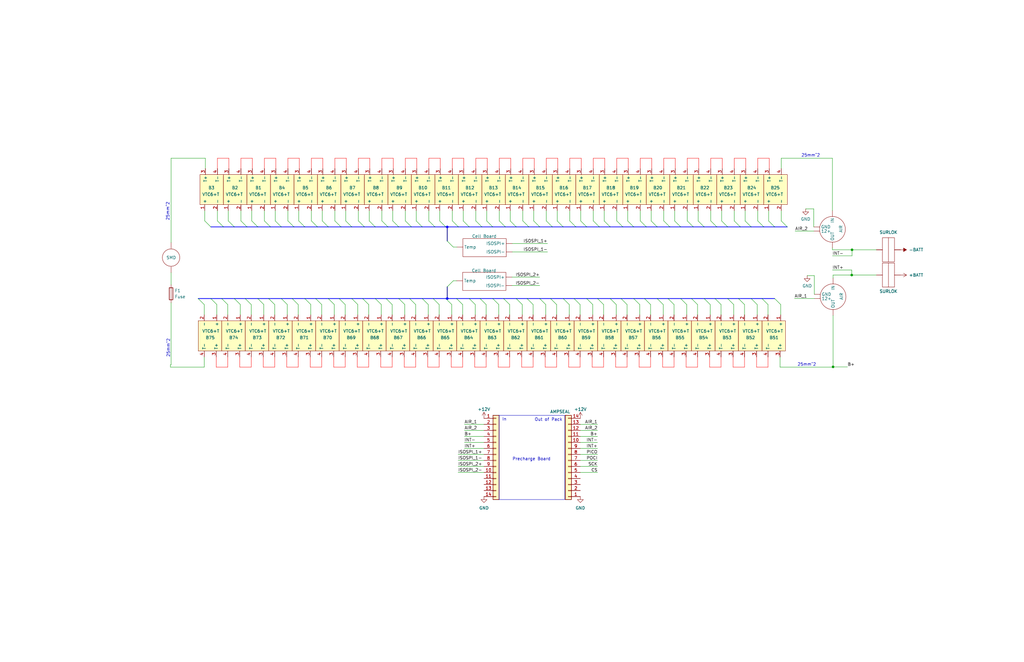
<source format=kicad_sch>
(kicad_sch (version 20230121) (generator eeschema)
  (paper "B")
  (title_block (title "Wiring Diagram") (date "2024-04-27") (rev "1") (company "AERO-SEED") (comment 1 "Colin Grund") (comment 2 "Wiring diagram of the accumulator"))
  (junction (at 351.282 154.813))
  (junction (at 359.156 116.078))
  (junction (at 188.595 125.984) (color 0 0 253 1))
  (junction (at 359.283 105.41))
  (junction (at 188.595 95.758) (color 6 0 251 1))
  (bus_entry (at 187.96 125.984) (size 2.54 2.54))
  (bus_entry (at 128.524 125.984) (size 2.54 2.54))
  (bus_entry (at 108.712 95.758) (size -2.54 -2.54))
  (bus_entry (at 172.72 125.984) (size 2.54 2.54))
  (bus_entry (at 133.096 125.984) (size 2.54 2.54))
  (bus_entry (at 296.926 125.984) (size 2.54 2.54))
  (bus_entry (at 277.114 95.758) (size -2.54 -2.54))
  (bus_entry (at 306.832 95.758) (size -2.54 -2.54))
  (bus_entry (at 98.806 95.758) (size -2.54 -2.54))
  (bus_entry (at 152.908 125.984) (size 2.54 2.54))
  (bus_entry (at 331.978 95.758) (size -2.54 -2.54))
  (bus_entry (at 247.396 95.758) (size -2.54 -2.54))
  (bus_entry (at 148.336 95.758) (size -2.54 -2.54))
  (bus_entry (at 197.866 95.758) (size -2.54 -2.54))
  (bus_entry (at 173.482 95.758) (size -2.54 -2.54))
  (bus_entry (at 242.824 95.758) (size -2.54 -2.54))
  (bus_entry (at 162.814 125.984) (size 2.54 2.54))
  (bus_entry (at 227.584 95.758) (size -2.54 -2.54))
  (bus_entry (at 114.046 95.758) (size -2.54 -2.54))
  (bus_entry (at 203.2 95.758) (size -2.54 -2.54))
  (bus_entry (at 108.712 125.984) (size 2.54 2.54))
  (bus_entry (at 212.344 125.984) (size 2.54 2.54))
  (bus_entry (at 207.772 125.984) (size 2.54 2.54))
  (bus_entry (at 232.156 125.984) (size 2.54 2.54))
  (bus_entry (at 143.002 125.984) (size 2.54 2.54))
  (bus_entry (at 311.404 125.984) (size 2.54 2.54))
  (bus_entry (at 277.114 125.984) (size 2.54 2.54))
  (bus_entry (at 326.644 125.984) (size 2.54 2.54))
  (bus_entry (at 182.626 125.984) (size 2.54 2.54))
  (bus_entry (at 93.472 125.984) (size 2.54 2.54))
  (bus_entry (at 247.396 125.984) (size 2.54 2.54))
  (bus_entry (at 282.448 95.758) (size -2.54 -2.54))
  (bus_entry (at 262.636 95.758) (size -2.54 -2.54))
  (bus_entry (at 251.968 125.984) (size 2.54 2.54))
  (bus_entry (at 94.234 95.758) (size -2.54 -2.54))
  (bus_entry (at 321.31 125.984) (size 2.54 2.54))
  (bus_entry (at 223.012 95.758) (size -2.54 -2.54))
  (bus_entry (at 83.566 125.984) (size 2.54 2.54))
  (bus_entry (at 232.918 95.758) (size -2.54 -2.54))
  (bus_entry (at 163.576 95.758) (size -2.54 -2.54))
  (bus_entry (at 118.618 125.984) (size 2.54 2.54))
  (bus_entry (at 118.618 95.758) (size -2.54 -2.54))
  (bus_entry (at 188.595 101.727) (size 2.54 2.54))
  (bus_entry (at 104.14 95.758) (size -2.54 -2.54))
  (bus_entry (at 133.858 95.758) (size -2.54 -2.54))
  (bus_entry (at 287.02 125.984) (size 2.54 2.54))
  (bus_entry (at 316.738 95.758) (size -2.54 -2.54))
  (bus_entry (at 252.73 95.758) (size -2.54 -2.54))
  (bus_entry (at 222.25 125.984) (size 2.54 2.54))
  (bus_entry (at 281.686 125.984) (size 2.54 2.54))
  (bus_entry (at 153.67 95.758) (size -2.54 -2.54))
  (bus_entry (at 267.208 95.758) (size -2.54 -2.54))
  (bus_entry (at 207.772 95.758) (size -2.54 -2.54))
  (bus_entry (at 217.678 95.758) (size -2.54 -2.54))
  (bus_entry (at 113.284 125.984) (size 2.54 2.54))
  (bus_entry (at 123.952 95.758) (size -2.54 -2.54))
  (bus_entry (at 187.96 95.758) (size -2.54 -2.54))
  (bus_entry (at 257.302 95.758) (size -2.54 -2.54))
  (bus_entry (at 306.832 125.984) (size 2.54 2.54))
  (bus_entry (at 217.678 125.984) (size 2.54 2.54))
  (bus_entry (at 316.738 125.984) (size 2.54 2.54))
  (bus_entry (at 213.106 95.758) (size -2.54 -2.54))
  (bus_entry (at 261.874 125.984) (size 2.54 2.54))
  (bus_entry (at 257.302 125.984) (size 2.54 2.54))
  (bus_entry (at 202.438 125.984) (size 2.54 2.54))
  (bus_entry (at 227.584 125.984) (size 2.54 2.54))
  (bus_entry (at 123.19 125.984) (size 2.54 2.54))
  (bus_entry (at 158.242 125.984) (size 2.54 2.54))
  (bus_entry (at 197.866 125.984) (size 2.54 2.54))
  (bus_entry (at 302.26 95.758) (size -2.54 -2.54))
  (bus_entry (at 312.166 95.758) (size -2.54 -2.54))
  (bus_entry (at 178.054 95.758) (size -2.54 -2.54))
  (bus_entry (at 138.43 95.758) (size -2.54 -2.54))
  (bus_entry (at 296.926 95.758) (size -2.54 -2.54))
  (bus_entry (at 168.148 125.984) (size 2.54 2.54))
  (bus_entry (at 301.498 125.984) (size 2.54 2.54))
  (bus_entry (at 168.148 95.758) (size -2.54 -2.54))
  (bus_entry (at 143.764 95.758) (size -2.54 -2.54))
  (bus_entry (at 193.294 95.758) (size -2.54 -2.54))
  (bus_entry (at 322.072 95.758) (size -2.54 -2.54))
  (bus_entry (at 237.49 125.984) (size 2.54 2.54))
  (bus_entry (at 242.062 125.984) (size 2.54 2.54))
  (bus_entry (at 287.02 95.758) (size -2.54 -2.54))
  (bus_entry (at 158.242 95.758) (size -2.54 -2.54))
  (bus_entry (at 271.78 125.984) (size 2.54 2.54))
  (bus_entry (at 88.9 125.984) (size 2.54 2.54))
  (bus_entry (at 291.592 125.984) (size 2.54 2.54))
  (bus_entry (at 138.43 125.984) (size 2.54 2.54))
  (bus_entry (at 272.542 95.758) (size -2.54 -2.54))
  (bus_entry (at 148.336 125.984) (size 2.54 2.54))
  (bus_entry (at 103.378 125.984) (size 2.54 2.54))
  (bus_entry (at 88.9 95.758) (size -2.54 -2.54))
  (bus_entry (at 267.208 125.984) (size 2.54 2.54))
  (bus_entry (at 191.135 118.491) (size -2.54 2.54))
  (bus_entry (at 237.49 95.758) (size -2.54 -2.54))
  (bus_entry (at 178.054 125.984) (size 2.54 2.54))
  (bus_entry (at 326.644 95.758) (size -2.54 -2.54))
  (bus_entry (at 128.524 95.758) (size -2.54 -2.54))
  (bus_entry (at 183.388 95.758) (size -2.54 -2.54))
  (bus_entry (at 292.354 95.758) (size -2.54 -2.54))
  (bus_entry (at 98.806 125.984) (size 2.54 2.54))
  (bus_entry (at 192.532 125.984) (size 2.54 2.54))
  (wire (pts (xy 131.318 66.802) (xy 131.318 71.12)) (stroke (width 0) (color 247 0 0 1)))
  (bus (pts (xy 108.712 125.984) (xy 113.284 125.984)) (stroke (width 0) (color 0 0 253 1)))
  (wire (pts (xy 351.282 133.096) (xy 351.282 154.813)))
  (wire (pts (xy 141.224 66.802) (xy 141.224 71.12)) (stroke (width 0) (color 247 0 0 1)))
  (wire (pts (xy 227.584 120.523) (xy 215.9 120.523)))
  (wire (pts (xy 111.506 66.802) (xy 116.332 66.802)) (stroke (width 0) (color 247 0 0 1)))
  (wire (pts (xy 86.36 93.218) (xy 86.36 88.9)))
  (wire (pts (xy 96.012 154.94) (xy 91.186 154.94)) (stroke (width 0) (color 255 0 0 1)))
  (wire (pts (xy 175.26 150.622) (xy 175.26 154.94)) (stroke (width 0) (color 255 0 0 1)))
  (wire (pts (xy 200.406 128.524) (xy 200.406 132.842)))
  (wire (pts (xy 125.73 128.524) (xy 125.73 132.842)))
  (wire (pts (xy 175.768 71.12) (xy 175.768 66.802)) (stroke (width 0) (color 247 0 0 1)))
  (wire (pts (xy 234.696 150.622) (xy 234.696 154.94)) (stroke (width 0) (color 255 0 0 1)))
  (wire (pts (xy 96.266 93.218) (xy 96.266 88.9)))
  (wire (pts (xy 249.936 128.524) (xy 249.936 132.842)))
  (wire (pts (xy 329.184 128.524) (xy 329.184 132.842)))
  (wire (pts (xy 227.584 116.967) (xy 215.9 116.967)))
  (wire (pts (xy 214.884 150.622) (xy 214.884 154.94)) (stroke (width 0) (color 255 0 0 1)))
  (wire (pts (xy 175.26 128.524) (xy 175.26 132.842)))
  (wire (pts (xy 190.754 66.802) (xy 195.58 66.802)) (stroke (width 0) (color 247 0 0 1)))
  (wire (pts (xy 141.224 66.802) (xy 146.05 66.802)) (stroke (width 0) (color 247 0 0 1)))
  (wire (pts (xy 234.696 128.524) (xy 234.696 132.842)))
  (wire (pts (xy 250.19 93.218) (xy 250.19 88.9)))
  (wire (pts (xy 359.283 105.41) (xy 369.57 105.41)))
  (wire (pts (xy 304.546 71.12) (xy 304.546 66.802)) (stroke (width 0) (color 247 0 0 1)))
  (wire (pts (xy 314.198 93.218) (xy 314.198 88.9)))
  (wire (pts (xy 244.602 150.622) (xy 244.602 154.94)) (stroke (width 0) (color 255 0 0 1)))
  (bus (pts (xy 247.396 125.984) (xy 251.968 125.984)) (stroke (width 0) (color 0 0 253 1)))
  (wire (pts (xy 195.834 189.23) (xy 204.089 189.23)))
  (bus (pts (xy 188.595 121.031) (xy 188.595 125.984)))
  (wire (pts (xy 251.968 194.31) (xy 244.729 194.31)))
  (wire (pts (xy 145.542 150.622) (xy 145.542 154.94)) (stroke (width 0) (color 255 0 0 1)))
  (bus (pts (xy 202.438 125.984) (xy 207.772 125.984)) (stroke (width 0) (color 0 0 253 1)))
  (bus (pts (xy 232.918 95.758) (xy 227.584 95.758)) (stroke (width 0) (color 6 0 251 1)))
  (bus (pts (xy 128.524 125.984) (xy 133.096 125.984)) (stroke (width 0) (color 0 0 253 1)))
  (wire (pts (xy 150.622 150.622) (xy 150.622 154.94)) (stroke (width 0) (color 255 0 0 1)))
  (wire (pts (xy 244.856 93.218) (xy 244.856 88.9)))
  (wire (pts (xy 351.028 105.41) (xy 359.283 105.41)))
  (wire (pts (xy 304.038 128.524) (xy 304.038 132.842)))
  (wire (pts (xy 193.167 191.77) (xy 204.089 191.77)))
  (bus (pts (xy 118.618 95.758) (xy 114.046 95.758)) (stroke (width 0) (color 6 0 251 1)))
  (wire (pts (xy 111.506 71.12) (xy 111.506 66.802)) (stroke (width 0) (color 247 0 0 1)))
  (wire (pts (xy 135.636 150.622) (xy 135.636 154.94)) (stroke (width 0) (color 255 0 0 1)))
  (wire (pts (xy 264.922 71.12) (xy 264.922 66.802)) (stroke (width 0) (color 247 0 0 1)))
  (wire (pts (xy 229.87 150.622) (xy 229.87 154.94)) (stroke (width 0) (color 255 0 0 1)))
  (wire (pts (xy 131.318 66.802) (xy 136.144 66.802)) (stroke (width 0) (color 247 0 0 1)))
  (bus (pts (xy 302.26 95.758) (xy 296.926 95.758)) (stroke (width 0) (color 6 0 251 1)))
  (bus (pts (xy 212.344 125.984) (xy 217.678 125.984)) (stroke (width 0) (color 0 0 253 1)))
  (wire (pts (xy 359.156 113.919) (xy 359.156 116.078)))
  (wire (pts (xy 145.796 93.218) (xy 145.796 88.9)))
  (wire (pts (xy 323.85 150.622) (xy 323.85 154.94)) (stroke (width 0) (color 255 0 0 1)))
  (bus (pts (xy 296.926 125.984) (xy 301.498 125.984)) (stroke (width 0) (color 0 0 253 1)))
  (wire (pts (xy 190.5 128.524) (xy 190.5 132.842)))
  (wire (pts (xy 269.748 128.524) (xy 269.748 132.842)))
  (bus (pts (xy 197.866 125.984) (xy 202.438 125.984)) (stroke (width 0) (color 0 0 253 1)))
  (wire (pts (xy 244.602 154.94) (xy 239.776 154.94)) (stroke (width 0) (color 255 0 0 1)))
  (bus (pts (xy 291.592 125.984) (xy 296.926 125.984)) (stroke (width 0) (color 0 0 253 1)))
  (bus (pts (xy 242.062 125.984) (xy 247.396 125.984)) (stroke (width 0) (color 0 0 253 1)))
  (bus (pts (xy 281.686 125.984) (xy 287.02 125.984)) (stroke (width 0) (color 0 0 253 1)))
  (wire (pts (xy 244.602 128.524) (xy 244.602 132.842)))
  (wire (pts (xy 294.386 93.218) (xy 294.386 88.9)))
  (wire (pts (xy 259.588 150.622) (xy 259.588 154.94)) (stroke (width 0) (color 255 0 0 1)))
  (wire (pts (xy 254.508 150.622) (xy 254.508 154.94)) (stroke (width 0) (color 255 0 0 1)))
  (wire (pts (xy 151.13 93.218) (xy 151.13 88.9)))
  (wire (pts (xy 193.167 196.85) (xy 204.089 196.85)))
  (bus (pts (xy 83.566 125.984) (xy 88.9 125.984)) (stroke (width 0) (color 0 0 253 1)))
  (bus (pts (xy 261.874 125.984) (xy 267.208 125.984)) (stroke (width 0) (color 0 0 253 1)))
  (bus (pts (xy 282.448 95.758) (xy 277.114 95.758)) (stroke (width 0) (color 6 0 251 1)))
  (wire (pts (xy 299.72 93.218) (xy 299.72 88.9)))
  (wire (pts (xy 125.73 150.622) (xy 125.73 154.94)) (stroke (width 0) (color 255 0 0 1)))
  (wire (pts (xy 351.282 154.813) (xy 351.282 154.94)))
  (wire (pts (xy 260.096 71.12) (xy 260.096 66.802)) (stroke (width 0) (color 247 0 0 1)))
  (wire (pts (xy 195.834 186.69) (xy 204.089 186.69)))
  (bus (pts (xy 168.148 95.758) (xy 163.576 95.758)) (stroke (width 0) (color 6 0 251 1)))
  (wire (pts (xy 115.824 150.622) (xy 115.824 154.94)) (stroke (width 0) (color 255 0 0 1)))
  (wire (pts (xy 145.542 128.524) (xy 145.542 132.842)))
  (bus (pts (xy 207.772 95.758) (xy 203.2 95.758)) (stroke (width 0) (color 6 0 251 1)))
  (bus (pts (xy 188.595 125.984) (xy 192.532 125.984)) (stroke (width 0) (color 0 0 253 1)))
  (wire (pts (xy 205.232 93.218) (xy 205.232 88.9)))
  (wire (pts (xy 270.002 66.802) (xy 274.828 66.802)) (stroke (width 0) (color 247 0 0 1)))
  (wire (pts (xy 72.136 153.924) (xy 71.882 153.924)))
  (wire (pts (xy 101.6 93.218) (xy 101.6 88.9)))
  (wire (pts (xy 210.566 71.12) (xy 210.566 66.802)) (stroke (width 0) (color 247 0 0 1)))
  (wire (pts (xy 195.326 93.218) (xy 195.326 88.9)))
  (wire (pts (xy 210.058 150.622) (xy 210.058 154.94)) (stroke (width 0) (color 255 0 0 1)))
  (wire (pts (xy 351.282 117.348) (xy 351.282 116.078)))
  (wire (pts (xy 101.092 150.622) (xy 101.092 154.94)) (stroke (width 0) (color 255 0 0 1)))
  (bus (pts (xy 217.678 95.758) (xy 213.106 95.758)) (stroke (width 0) (color 6 0 251 1)))
  (bus (pts (xy 113.284 125.984) (xy 118.618 125.984)) (stroke (width 0) (color 0 0 253 1)))
  (wire (pts (xy 126.238 66.802) (xy 126.238 71.12)) (stroke (width 0) (color 247 0 0 1)))
  (wire (pts (xy 251.968 186.69) (xy 244.729 186.69)))
  (wire (pts (xy 309.372 128.524) (xy 309.372 132.842)))
  (wire (pts (xy 294.132 128.524) (xy 294.132 132.842)))
  (bus (pts (xy 301.498 125.984) (xy 306.832 125.984)) (stroke (width 0) (color 0 0 253 1)))
  (wire (pts (xy 86.106 154.94) (xy 86.106 150.622)))
  (wire (pts (xy 359.156 116.078) (xy 369.57 116.078)))
  (wire (pts (xy 150.876 128.524) (xy 150.876 132.842)))
  (wire (pts (xy 161.036 71.12) (xy 161.036 66.802)) (stroke (width 0) (color 247 0 0 1)))
  (wire (pts (xy 105.918 150.622) (xy 105.918 154.94)) (stroke (width 0) (color 255 0 0 1)))
  (wire (pts (xy 324.104 93.218) (xy 324.104 88.9)))
  (wire (pts (xy 230.886 106.299) (xy 216.027 106.299)))
  (wire (pts (xy 215.392 71.12) (xy 215.392 66.802)) (stroke (width 0) (color 247 0 0 1)))
  (bus (pts (xy 188.595 101.727) (xy 188.595 95.758)))
  (wire (pts (xy 299.212 150.622) (xy 299.212 154.94)) (stroke (width 0) (color 255 0 0 1)))
  (bus (pts (xy 98.806 125.984) (xy 103.378 125.984)) (stroke (width 0) (color 0 0 253 1)))
  (bus (pts (xy 222.25 125.984) (xy 227.584 125.984)) (stroke (width 0) (color 0 0 253 1)))
  (wire (pts (xy 190.754 93.218) (xy 190.754 88.9)))
  (bus (pts (xy 227.584 125.984) (xy 232.156 125.984)) (stroke (width 0) (color 0 0 253 1)))
  (bus (pts (xy 123.19 125.984) (xy 128.524 125.984)) (stroke (width 0) (color 0 0 253 1)))
  (wire (pts (xy 200.66 66.802) (xy 205.486 66.802)) (stroke (width 0) (color 247 0 0 1)))
  (wire (pts (xy 234.696 154.94) (xy 229.87 154.94)) (stroke (width 0) (color 255 0 0 1)))
  (wire (pts (xy 309.118 154.94) (xy 309.118 150.622)) (stroke (width 0) (color 255 0 0 1)))
  (wire (pts (xy 274.828 71.12) (xy 274.828 66.802)) (stroke (width 0) (color 247 0 0 1)))
  (wire (pts (xy 259.842 128.524) (xy 259.842 132.842)))
  (wire (pts (xy 339.725 88.138) (xy 343.154 88.138)))
  (wire (pts (xy 340.36 116.332) (xy 343.408 116.332)))
  (wire (pts (xy 91.44 128.524) (xy 91.44 132.842)))
  (wire (pts (xy 195.834 181.61) (xy 204.089 181.61)))
  (bus (pts (xy 227.584 95.758) (xy 223.012 95.758)) (stroke (width 0) (color 6 0 251 1)))
  (wire (pts (xy 72.136 120.142) (xy 72.136 115.062)))
  (bus (pts (xy 143.764 95.758) (xy 138.43 95.758)) (stroke (width 0) (color 6 0 251 1)))
  (wire (pts (xy 225.298 71.12) (xy 225.298 66.802)) (stroke (width 0) (color 247 0 0 1)))
  (wire (pts (xy 111.506 93.218) (xy 111.506 88.9)))
  (bus (pts (xy 223.012 95.758) (xy 217.678 95.758)) (stroke (width 0) (color 6 0 251 1)))
  (bus (pts (xy 103.378 125.984) (xy 108.712 125.984)) (stroke (width 0) (color 0 0 253 1)))
  (wire (pts (xy 294.132 154.94) (xy 289.306 154.94)) (stroke (width 0) (color 255 0 0 1)))
  (bus (pts (xy 296.926 95.758) (xy 292.354 95.758)) (stroke (width 0) (color 6 0 251 1)))
  (wire (pts (xy 116.078 93.218) (xy 116.078 88.9)))
  (wire (pts (xy 125.984 93.218) (xy 125.984 88.9)))
  (bus (pts (xy 287.02 125.984) (xy 291.592 125.984)) (stroke (width 0) (color 0 0 253 1)))
  (wire (pts (xy 155.448 150.622) (xy 155.448 154.94)) (stroke (width 0) (color 255 0 0 1)))
  (wire (pts (xy 219.964 150.622) (xy 219.964 154.94)) (stroke (width 0) (color 255 0 0 1)))
  (wire (pts (xy 210.312 128.524) (xy 210.312 132.842)))
  (bus (pts (xy 158.242 125.984) (xy 162.814 125.984)) (stroke (width 0) (color 0 0 253 1)))
  (wire (pts (xy 96.012 128.524) (xy 96.012 132.842)))
  (wire (pts (xy 115.824 154.94) (xy 110.998 154.94)) (stroke (width 0) (color 255 0 0 1)))
  (wire (pts (xy 121.158 128.524) (xy 121.158 132.842)))
  (wire (pts (xy 220.472 71.12) (xy 220.472 66.802)) (stroke (width 0) (color 247 0 0 1)))
  (wire (pts (xy 240.284 66.802) (xy 245.11 66.802)) (stroke (width 0) (color 247 0 0 1)))
  (wire (pts (xy 155.702 93.218) (xy 155.702 88.9)))
  (wire (pts (xy 343.154 88.138) (xy 343.154 95.758)))
  (wire (pts (xy 130.81 150.622) (xy 130.81 154.94)) (stroke (width 0) (color 255 0 0 1)))
  (wire (pts (xy 170.434 154.94) (xy 170.434 150.622)) (stroke (width 0) (color 255 0 0 1)))
  (bus (pts (xy 187.96 125.984) (xy 188.595 125.984)) (stroke (width 0) (color 0 0 253 1)))
  (wire (pts (xy 151.13 66.802) (xy 155.956 66.802)) (stroke (width 0) (color 247 0 0 1)))
  (wire (pts (xy 224.79 154.94) (xy 224.79 150.622)) (stroke (width 0) (color 255 0 0 1)))
  (wire (pts (xy 200.66 93.218) (xy 200.66 88.9)))
  (wire (pts (xy 274.574 93.218) (xy 274.574 88.9)))
  (wire (pts (xy 254.508 154.94) (xy 249.682 154.94)) (stroke (width 0) (color 255 0 0 1)))
  (wire (pts (xy 131.318 93.218) (xy 131.318 88.9)))
  (wire (pts (xy 170.942 66.802) (xy 175.768 66.802)) (stroke (width 0) (color 247 0 0 1)))
  (wire (pts (xy 357.378 154.813) (xy 351.282 154.813)))
  (wire (pts (xy 235.204 71.12) (xy 235.204 66.802)) (stroke (width 0) (color 247 0 0 1)))
  (wire (pts (xy 264.668 93.218) (xy 264.668 88.9)))
  (wire (pts (xy 185.166 150.622) (xy 185.166 154.94)) (stroke (width 0) (color 255 0 0 1)))
  (wire (pts (xy 185.166 154.94) (xy 180.34 154.94)) (stroke (width 0) (color 255 0 0 1)))
  (wire (pts (xy 264.414 154.94) (xy 259.588 154.94)) (stroke (width 0) (color 255 0 0 1)))
  (wire (pts (xy 284.226 128.524) (xy 284.226 132.842)))
  (wire (pts (xy 155.448 128.524) (xy 155.448 132.842)))
  (wire (pts (xy 359.283 105.41) (xy 359.283 107.95)))
  (wire (pts (xy 180.848 71.12) (xy 180.848 66.802)) (stroke (width 0) (color 247 0 0 1)))
  (bus (pts (xy 148.336 125.984) (xy 152.908 125.984)) (stroke (width 0) (color 0 0 253 1)))
  (wire (pts (xy 91.694 66.802) (xy 96.52 66.802)) (stroke (width 0) (color 247 0 0 1)))
  (wire (pts (xy 106.426 66.802) (xy 106.426 71.12)) (stroke (width 0) (color 247 0 0 1)))
  (wire (pts (xy 101.6 66.802) (xy 106.426 66.802)) (stroke (width 0) (color 247 0 0 1)))
  (wire (pts (xy 151.13 71.12) (xy 151.13 66.802)) (stroke (width 0) (color 247 0 0 1)))
  (wire (pts (xy 250.19 71.12) (xy 250.19 66.802)) (stroke (width 0) (color 247 0 0 1)))
  (bus (pts (xy 316.738 125.984) (xy 321.31 125.984)) (stroke (width 0) (color 0 0 253 1)))
  (bus (pts (xy 88.9 125.984) (xy 93.472 125.984)) (stroke (width 0) (color 0 0 253 1)))
  (wire (pts (xy 195.072 128.524) (xy 195.072 132.842)))
  (wire (pts (xy 230.124 128.524) (xy 230.124 132.842)))
  (bus (pts (xy 183.388 95.758) (xy 187.96 95.758)) (stroke (width 0) (color 6 0 251 1)))
  (wire (pts (xy 323.85 154.94) (xy 319.024 154.94)) (stroke (width 0) (color 255 0 0 1)))
  (wire (pts (xy 319.024 154.94) (xy 319.024 150.622)) (stroke (width 0) (color 255 0 0 1)))
  (bus (pts (xy 247.396 95.758) (xy 242.824 95.758)) (stroke (width 0) (color 6 0 251 1)))
  (wire (pts (xy 304.292 93.218) (xy 304.292 88.9)))
  (bus (pts (xy 152.908 125.984) (xy 158.242 125.984)) (stroke (width 0) (color 0 0 253 1)))
  (bus (pts (xy 118.618 125.984) (xy 123.19 125.984)) (stroke (width 0) (color 0 0 253 1)))
  (wire (pts (xy 160.782 128.524) (xy 160.782 132.842)))
  (wire (pts (xy 180.594 128.524) (xy 180.594 132.842)))
  (wire (pts (xy 120.904 150.622) (xy 120.904 154.94)) (stroke (width 0) (color 255 0 0 1)))
  (bus (pts (xy 138.43 95.758) (xy 133.858 95.758)) (stroke (width 0) (color 6 0 251 1)))
  (wire (pts (xy 324.358 66.802) (xy 324.358 71.12)) (stroke (width 0) (color 247 0 0 1)))
  (wire (pts (xy 140.716 150.622) (xy 140.716 154.94)) (stroke (width 0) (color 255 0 0 1)))
  (wire (pts (xy 191.135 118.491) (xy 192.532 118.491)))
  (wire (pts (xy 175.26 154.94) (xy 170.434 154.94)) (stroke (width 0) (color 255 0 0 1)))
  (wire (pts (xy 319.532 93.218) (xy 319.532 88.9)))
  (bus (pts (xy 203.2 95.758) (xy 197.866 95.758)) (stroke (width 0) (color 6 0 251 1)))
  (wire (pts (xy 314.452 71.12) (xy 314.452 66.802)) (stroke (width 0) (color 247 0 0 1)))
  (bus (pts (xy 251.968 125.984) (xy 257.302 125.984)) (stroke (width 0) (color 0 0 253 1)))
  (wire (pts (xy 328.93 150.622) (xy 328.93 154.94)))
  (wire (pts (xy 205.486 71.12) (xy 205.486 66.802)) (stroke (width 0) (color 247 0 0 1)))
  (wire (pts (xy 240.03 128.524) (xy 240.03 132.842)))
  (wire (pts (xy 170.688 128.524) (xy 170.688 132.842)))
  (wire (pts (xy 240.284 71.12) (xy 240.284 66.802)) (stroke (width 0) (color 247 0 0 1)))
  (wire (pts (xy 105.918 128.524) (xy 105.918 132.842)))
  (wire (pts (xy 185.674 71.12) (xy 185.674 66.802)) (stroke (width 0) (color 247 0 0 1)))
  (wire (pts (xy 204.978 150.622) (xy 204.978 154.94)) (stroke (width 0) (color 255 0 0 1)))
  (wire (pts (xy 155.956 71.12) (xy 155.956 66.802)) (stroke (width 0) (color 247 0 0 1)))
  (wire (pts (xy 309.626 66.802) (xy 314.452 66.802)) (stroke (width 0) (color 247 0 0 1)))
  (wire (pts (xy 264.414 128.524) (xy 264.414 132.842)))
  (wire (pts (xy 313.944 128.524) (xy 313.944 132.842)))
  (bus (pts (xy 192.532 125.984) (xy 197.866 125.984)) (stroke (width 0) (color 0 0 253 1)))
  (wire (pts (xy 175.514 93.218) (xy 175.514 88.9)))
  (wire (pts (xy 319.532 71.12) (xy 319.532 66.802)) (stroke (width 0) (color 247 0 0 1)))
  (wire (pts (xy 294.64 71.12) (xy 294.64 66.802)) (stroke (width 0) (color 247 0 0 1)))
  (wire (pts (xy 319.532 66.802) (xy 324.358 66.802)) (stroke (width 0) (color 247 0 0 1)))
  (wire (pts (xy 289.814 93.218) (xy 289.814 88.9)))
  (bus (pts (xy 312.166 95.758) (xy 306.832 95.758)) (stroke (width 0) (color 6 0 251 1)))
  (bus (pts (xy 158.242 95.758) (xy 153.67 95.758)) (stroke (width 0) (color 6 0 251 1)))
  (wire (pts (xy 180.34 150.622) (xy 180.34 154.94)) (stroke (width 0) (color 255 0 0 1)))
  (wire (pts (xy 309.626 71.12) (xy 309.626 66.802)) (stroke (width 0) (color 247 0 0 1)))
  (bus (pts (xy 277.114 95.758) (xy 272.542 95.758)) (stroke (width 0) (color 6 0 251 1)))
  (wire (pts (xy 329.438 93.218) (xy 329.438 88.9)))
  (wire (pts (xy 254.762 93.218) (xy 254.762 88.9)))
  (wire (pts (xy 71.882 153.924) (xy 71.882 154.94)))
  (bus (pts (xy 257.302 95.758) (xy 252.73 95.758)) (stroke (width 0) (color 6 0 251 1)))
  (bus (pts (xy 217.678 125.984) (xy 222.25 125.984)) (stroke (width 0) (color 0 0 253 1)))
  (bus (pts (xy 272.542 95.758) (xy 267.208 95.758)) (stroke (width 0) (color 6 0 251 1)))
  (wire (pts (xy 140.97 128.524) (xy 140.97 132.842)))
  (wire (pts (xy 289.56 128.524) (xy 289.56 132.842)))
  (wire (pts (xy 220.218 128.524) (xy 220.218 132.842)))
  (wire (pts (xy 165.862 71.12) (xy 165.862 66.802)) (stroke (width 0) (color 247 0 0 1)))
  (bus (pts (xy 237.49 125.984) (xy 242.062 125.984)) (stroke (width 0) (color 0 0 253 1)))
  (bus (pts (xy 306.832 95.758) (xy 302.26 95.758)) (stroke (width 0) (color 6 0 251 1)))
  (wire (pts (xy 165.354 128.524) (xy 165.354 132.842)))
  (bus (pts (xy 94.234 95.758) (xy 88.9 95.758)) (stroke (width 0) (color 6 0 251 1)))
  (bus (pts (xy 193.294 95.758) (xy 188.595 95.758)) (stroke (width 0) (color 6 0 251 1)))
  (wire (pts (xy 260.096 66.802) (xy 264.922 66.802)) (stroke (width 0) (color 247 0 0 1)))
  (wire (pts (xy 313.944 154.94) (xy 309.118 154.94)) (stroke (width 0) (color 255 0 0 1)))
  (wire (pts (xy 111.252 128.524) (xy 111.252 132.842)))
  (bus (pts (xy 133.858 95.758) (xy 128.524 95.758)) (stroke (width 0) (color 6 0 251 1)))
  (wire (pts (xy 270.002 71.12) (xy 270.002 66.802)) (stroke (width 0) (color 247 0 0 1)))
  (wire (pts (xy 86.614 66.802) (xy 86.614 71.12)))
  (bus (pts (xy 311.404 125.984) (xy 316.738 125.984)) (stroke (width 0) (color 0 0 253 1)))
  (wire (pts (xy 110.998 150.622) (xy 110.998 154.94)) (stroke (width 0) (color 255 0 0 1)))
  (wire (pts (xy 210.566 93.218) (xy 210.566 88.9)))
  (wire (pts (xy 319.278 128.524) (xy 319.278 132.842)))
  (wire (pts (xy 274.32 154.94) (xy 269.494 154.94)) (stroke (width 0) (color 255 0 0 1)))
  (wire (pts (xy 204.978 154.94) (xy 200.152 154.94)) (stroke (width 0) (color 255 0 0 1)))
  (bus (pts (xy 98.806 95.758) (xy 94.234 95.758)) (stroke (width 0) (color 6 0 251 1)))
  (bus (pts (xy 188.595 95.758) (xy 187.96 95.758)) (stroke (width 0) (color 6 0 251 1)))
  (wire (pts (xy 239.776 150.622) (xy 239.776 154.94)) (stroke (width 0) (color 255 0 0 1)))
  (wire (pts (xy 180.848 66.802) (xy 185.674 66.802)) (stroke (width 0) (color 247 0 0 1)))
  (wire (pts (xy 141.224 93.218) (xy 141.224 88.9)))
  (bus (pts (xy 172.72 125.984) (xy 178.054 125.984)) (stroke (width 0) (color 0 0 253 1)))
  (wire (pts (xy 251.968 199.39) (xy 244.729 199.39)))
  (wire (pts (xy 249.682 150.622) (xy 249.682 154.94)) (stroke (width 0) (color 255 0 0 1)))
  (wire (pts (xy 193.167 199.39) (xy 204.089 199.39)))
  (wire (pts (xy 204.978 128.524) (xy 204.978 132.842)))
  (wire (pts (xy 309.626 93.218) (xy 309.626 88.9)))
  (wire (pts (xy 234.95 93.218) (xy 234.95 88.9)))
  (wire (pts (xy 264.414 150.622) (xy 264.414 154.94)) (stroke (width 0) (color 255 0 0 1)))
  (wire (pts (xy 230.886 102.743) (xy 216.027 102.743)))
  (wire (pts (xy 190.754 66.802) (xy 190.754 71.12)) (stroke (width 0) (color 247 0 0 1)))
  (wire (pts (xy 284.734 71.12) (xy 284.734 66.802)) (stroke (width 0) (color 247 0 0 1)))
  (wire (pts (xy 284.226 154.94) (xy 279.4 154.94)) (stroke (width 0) (color 255 0 0 1)))
  (bus (pts (xy 267.208 95.758) (xy 262.636 95.758)) (stroke (width 0) (color 6 0 251 1)))
  (wire (pts (xy 289.814 66.802) (xy 294.64 66.802)) (stroke (width 0) (color 247 0 0 1)))
  (wire (pts (xy 170.942 93.218) (xy 170.942 88.9)))
  (wire (pts (xy 335.28 97.536) (xy 343.154 97.536)))
  (wire (pts (xy 351.282 116.078) (xy 359.156 116.078)))
  (wire (pts (xy 294.132 150.622) (xy 294.132 154.94)) (stroke (width 0) (color 255 0 0 1)))
  (wire (pts (xy 304.038 150.622) (xy 304.038 154.94)) (stroke (width 0) (color 255 0 0 1)))
  (wire (pts (xy 274.32 154.94) (xy 274.32 150.622)) (stroke (width 0) (color 255 0 0 1)))
  (wire (pts (xy 215.138 93.218) (xy 215.138 88.9)))
  (wire (pts (xy 351.028 66.802) (xy 329.438 66.802)))
  (wire (pts (xy 251.968 191.77) (xy 244.729 191.77)))
  (bus (pts (xy 277.114 125.984) (xy 281.686 125.984)) (stroke (width 0) (color 0 0 253 1)))
  (wire (pts (xy 72.136 153.924) (xy 72.136 127.762)))
  (wire (pts (xy 135.636 128.524) (xy 135.636 132.842)))
  (bus (pts (xy 153.67 95.758) (xy 148.336 95.758)) (stroke (width 0) (color 6 0 251 1)))
  (bus (pts (xy 252.73 95.758) (xy 247.396 95.758)) (stroke (width 0) (color 6 0 251 1)))
  (wire (pts (xy 145.542 154.94) (xy 140.716 154.94)) (stroke (width 0) (color 255 0 0 1)))
  (wire (pts (xy 230.378 66.802) (xy 235.204 66.802)) (stroke (width 0) (color 247 0 0 1)))
  (wire (pts (xy 72.136 66.802) (xy 86.614 66.802)))
  (wire (pts (xy 351.028 88.9) (xy 351.028 66.802)))
  (wire (pts (xy 165.608 93.218) (xy 165.608 88.9)))
  (wire (pts (xy 165.354 154.94) (xy 160.528 154.94)) (stroke (width 0) (color 255 0 0 1)))
  (wire (pts (xy 72.136 102.362) (xy 72.136 66.802)))
  (wire (pts (xy 230.378 71.12) (xy 230.378 66.802)) (stroke (width 0) (color 247 0 0 1)))
  (wire (pts (xy 106.172 93.218) (xy 106.172 88.9)))
  (bus (pts (xy 123.952 95.758) (xy 118.618 95.758)) (stroke (width 0) (color 6 0 251 1)))
  (bus (pts (xy 162.814 125.984) (xy 168.148 125.984)) (stroke (width 0) (color 0 0 253 1)))
  (bus (pts (xy 163.576 95.758) (xy 158.242 95.758)) (stroke (width 0) (color 6 0 251 1)))
  (bus (pts (xy 168.148 125.984) (xy 172.72 125.984)) (stroke (width 0) (color 0 0 253 1)))
  (bus (pts (xy 128.524 95.758) (xy 123.952 95.758)) (stroke (width 0) (color 6 0 251 1)))
  (wire (pts (xy 195.072 154.94) (xy 190.246 154.94)) (stroke (width 0) (color 255 0 0 1)))
  (wire (pts (xy 289.306 154.94) (xy 289.306 150.622)) (stroke (width 0) (color 255 0 0 1)))
  (wire (pts (xy 251.968 181.61) (xy 244.729 181.61)))
  (bus (pts (xy 138.43 125.984) (xy 143.002 125.984)) (stroke (width 0) (color 0 0 253 1)))
  (bus (pts (xy 173.482 95.758) (xy 168.148 95.758)) (stroke (width 0) (color 6 0 251 1)))
  (wire (pts (xy 251.968 179.07) (xy 244.729 179.07)))
  (wire (pts (xy 161.036 93.218) (xy 161.036 88.9)))
  (wire (pts (xy 284.48 93.218) (xy 284.48 88.9)))
  (bus (pts (xy 133.096 125.984) (xy 138.43 125.984)) (stroke (width 0) (color 0 0 253 1)))
  (wire (pts (xy 351.028 107.95) (xy 359.283 107.95)))
  (wire (pts (xy 200.152 150.622) (xy 200.152 154.94)) (stroke (width 0) (color 255 0 0 1)))
  (wire (pts (xy 121.412 93.218) (xy 121.412 88.9)))
  (wire (pts (xy 245.11 66.802) (xy 245.11 71.12)) (stroke (width 0) (color 247 0 0 1)))
  (bus (pts (xy 183.388 95.758) (xy 178.054 95.758)) (stroke (width 0) (color 6 0 251 1)))
  (wire (pts (xy 269.494 154.94) (xy 269.494 150.622)) (stroke (width 0) (color 255 0 0 1)))
  (wire (pts (xy 86.106 128.524) (xy 86.106 132.842)))
  (wire (pts (xy 225.044 93.218) (xy 225.044 88.9)))
  (bus (pts (xy 237.49 95.758) (xy 232.918 95.758)) (stroke (width 0) (color 6 0 251 1)))
  (wire (pts (xy 91.694 93.218) (xy 91.694 88.9)))
  (wire (pts (xy 255.016 71.12) (xy 255.016 66.802)) (stroke (width 0) (color 247 0 0 1)))
  (wire (pts (xy 254.508 128.524) (xy 254.508 132.842)))
  (wire (pts (xy 96.012 150.622) (xy 96.012 154.94)) (stroke (width 0) (color 255 0 0 1)))
  (wire (pts (xy 279.4 150.622) (xy 279.4 154.94)) (stroke (width 0) (color 255 0 0 1)))
  (wire (pts (xy 284.226 154.94) (xy 284.226 150.622)) (stroke (width 0) (color 255 0 0 1)))
  (wire (pts (xy 121.412 66.802) (xy 126.238 66.802)) (stroke (width 0) (color 247 0 0 1)))
  (wire (pts (xy 224.79 154.94) (xy 219.964 154.94)) (stroke (width 0) (color 255 0 0 1)))
  (wire (pts (xy 329.438 66.802) (xy 329.438 71.12)))
  (wire (pts (xy 195.834 184.15) (xy 204.089 184.15)))
  (wire (pts (xy 195.834 179.07) (xy 204.089 179.07)))
  (wire (pts (xy 185.166 128.524) (xy 185.166 132.842)))
  (bus (pts (xy 143.002 125.984) (xy 148.336 125.984)) (stroke (width 0) (color 0 0 253 1)))
  (wire (pts (xy 224.79 128.524) (xy 224.79 132.842)))
  (bus (pts (xy 322.072 95.758) (xy 316.738 95.758)) (stroke (width 0) (color 6 0 251 1)))
  (wire (pts (xy 279.908 93.218) (xy 279.908 88.9)))
  (wire (pts (xy 190.246 150.622) (xy 190.246 154.94)) (stroke (width 0) (color 255 0 0 1)))
  (wire (pts (xy 105.918 154.94) (xy 101.092 154.94)) (stroke (width 0) (color 255 0 0 1)))
  (bus (pts (xy 326.644 95.758) (xy 322.072 95.758)) (stroke (width 0) (color 6 0 251 1)))
  (wire (pts (xy 116.332 71.12) (xy 116.332 66.802)) (stroke (width 0) (color 247 0 0 1)))
  (wire (pts (xy 91.186 154.94) (xy 91.186 150.622)) (stroke (width 0) (color 255 0 0 1)))
  (bus (pts (xy 306.832 125.984) (xy 311.404 125.984)) (stroke (width 0) (color 0 0 253 1)))
  (wire (pts (xy 220.472 66.802) (xy 225.298 66.802)) (stroke (width 0) (color 247 0 0 1)))
  (wire (pts (xy 165.354 150.622) (xy 165.354 154.94)) (stroke (width 0) (color 255 0 0 1)))
  (wire (pts (xy 131.064 128.524) (xy 131.064 132.842)))
  (wire (pts (xy 125.73 154.94) (xy 120.904 154.94)) (stroke (width 0) (color 255 0 0 1)))
  (wire (pts (xy 71.882 154.94) (xy 86.106 154.94)))
  (wire (pts (xy 279.908 71.12) (xy 279.908 66.802)) (stroke (width 0) (color 247 0 0 1)))
  (wire (pts (xy 180.848 93.218) (xy 180.848 88.9)))
  (bus (pts (xy 207.772 125.984) (xy 212.344 125.984)) (stroke (width 0) (color 0 0 253 1)))
  (bus (pts (xy 271.78 125.984) (xy 277.114 125.984)) (stroke (width 0) (color 0 0 253 1)))
  (wire (pts (xy 251.968 184.15) (xy 244.729 184.15)))
  (wire (pts (xy 270.002 93.218) (xy 270.002 88.9)))
  (wire (pts (xy 250.19 66.802) (xy 255.016 66.802)) (stroke (width 0) (color 247 0 0 1)))
  (wire (pts (xy 230.378 93.218) (xy 230.378 88.9)))
  (bus (pts (xy 182.626 125.984) (xy 187.96 125.984)) (stroke (width 0) (color 0 0 253 1)))
  (wire (pts (xy 240.284 93.218) (xy 240.284 88.9)))
  (wire (pts (xy 214.884 128.524) (xy 214.884 132.842)))
  (wire (pts (xy 191.135 104.267) (xy 192.659 104.267)))
  (wire (pts (xy 274.32 128.524) (xy 274.32 132.842)))
  (bus (pts (xy 331.978 95.758) (xy 326.644 95.758)) (stroke (width 0) (color 6 0 251 1)))
  (wire (pts (xy 195.58 71.12) (xy 195.58 66.802)) (stroke (width 0) (color 247 0 0 1)))
  (bus (pts (xy 108.712 95.758) (xy 104.14 95.758)) (stroke (width 0) (color 6 0 251 1)))
  (bus (pts (xy 316.738 95.758) (xy 312.166 95.758)) (stroke (width 0) (color 6 0 251 1)))
  (wire (pts (xy 170.942 71.12) (xy 170.942 66.802)) (stroke (width 0) (color 247 0 0 1)))
  (wire (pts (xy 351.028 105.41) (xy 351.028 104.648)))
  (wire (pts (xy 335.026 125.984) (xy 343.408 125.984)))
  (wire (pts (xy 343.408 116.332) (xy 343.408 124.206)))
  (bus (pts (xy 232.156 125.984) (xy 237.49 125.984)) (stroke (width 0) (color 0 0 253 1)))
  (bus (pts (xy 178.054 95.758) (xy 173.482 95.758)) (stroke (width 0) (color 6 0 251 1)))
  (wire (pts (xy 195.072 150.622) (xy 195.072 154.94)) (stroke (width 0) (color 255 0 0 1)))
  (wire (pts (xy 96.52 66.802) (xy 96.52 71.12)) (stroke (width 0) (color 247 0 0 1)))
  (wire (pts (xy 101.346 128.524) (xy 101.346 132.842)))
  (wire (pts (xy 260.096 93.218) (xy 260.096 88.9)))
  (wire (pts (xy 328.93 154.94) (xy 351.282 154.94)))
  (wire (pts (xy 251.968 196.85) (xy 244.729 196.85)))
  (wire (pts (xy 101.6 71.12) (xy 101.6 66.802)) (stroke (width 0) (color 247 0 0 1)))
  (wire (pts (xy 161.036 66.802) (xy 165.862 66.802)) (stroke (width 0) (color 247 0 0 1)))
  (wire (pts (xy 323.85 128.524) (xy 323.85 132.842)))
  (wire (pts (xy 160.528 150.622) (xy 160.528 154.94)) (stroke (width 0) (color 255 0 0 1)))
  (wire (pts (xy 200.66 71.12) (xy 200.66 66.802)) (stroke (width 0) (color 247 0 0 1)))
  (wire (pts (xy 279.654 128.524) (xy 279.654 132.842)))
  (wire (pts (xy 155.448 154.94) (xy 150.622 154.94)) (stroke (width 0) (color 255 0 0 1)))
  (bus (pts (xy 178.054 125.984) (xy 182.626 125.984)) (stroke (width 0) (color 0 0 253 1)))
  (bus (pts (xy 197.866 95.758) (xy 193.294 95.758)) (stroke (width 0) (color 6 0 251 1)))
  (wire (pts (xy 136.144 71.12) (xy 136.144 66.802)) (stroke (width 0) (color 247 0 0 1)))
  (bus (pts (xy 148.336 95.758) (xy 143.764 95.758)) (stroke (width 0) (color 6 0 251 1)))
  (wire (pts (xy 279.908 66.802) (xy 284.734 66.802)) (stroke (width 0) (color 247 0 0 1)))
  (bus (pts (xy 104.14 95.758) (xy 98.806 95.758)) (stroke (width 0) (color 6 0 251 1)))
  (wire (pts (xy 299.72 71.12) (xy 299.72 66.802)) (stroke (width 0) (color 247 0 0 1)))
  (wire (pts (xy 299.466 128.524) (xy 299.466 132.842)))
  (wire (pts (xy 146.05 66.802) (xy 146.05 71.12)) (stroke (width 0) (color 247 0 0 1)))
  (wire (pts (xy 313.944 150.622) (xy 313.944 154.94)) (stroke (width 0) (color 255 0 0 1)))
  (wire (pts (xy 135.89 93.218) (xy 135.89 88.9)))
  (wire (pts (xy 115.824 128.524) (xy 115.824 132.842)))
  (wire (pts (xy 121.412 71.12) (xy 121.412 66.802)) (stroke (width 0) (color 247 0 0 1)))
  (bus (pts (xy 287.02 95.758) (xy 282.448 95.758)) (stroke (width 0) (color 6 0 251 1)))
  (bus (pts (xy 93.472 125.984) (xy 98.806 125.984)) (stroke (width 0) (color 0 0 253 1)))
  (wire (pts (xy 214.884 154.94) (xy 210.058 154.94)) (stroke (width 0) (color 255 0 0 1)))
  (bus (pts (xy 262.636 95.758) (xy 257.302 95.758)) (stroke (width 0) (color 6 0 251 1)))
  (bus (pts (xy 213.106 95.758) (xy 207.772 95.758)) (stroke (width 0) (color 6 0 251 1)))
  (wire (pts (xy 299.72 66.802) (xy 304.546 66.802)) (stroke (width 0) (color 247 0 0 1)))
  (wire (pts (xy 193.167 194.31) (xy 204.089 194.31)))
  (bus (pts (xy 267.208 125.984) (xy 271.78 125.984)) (stroke (width 0) (color 0 0 253 1)))
  (wire (pts (xy 251.968 189.23) (xy 244.729 189.23)))
  (wire (pts (xy 135.636 154.94) (xy 130.81 154.94)) (stroke (width 0) (color 255 0 0 1)))
  (wire (pts (xy 351.028 113.919) (xy 359.156 113.919)))
  (wire (pts (xy 304.038 154.94) (xy 299.212 154.94)) (stroke (width 0) (color 255 0 0 1)))
  (wire (pts (xy 91.694 71.12) (xy 91.694 66.802)) (stroke (width 0) (color 247 0 0 1)))
  (wire (pts (xy 220.472 93.218) (xy 220.472 88.9)))
  (wire (pts (xy 210.566 66.802) (xy 215.392 66.802)) (stroke (width 0) (color 247 0 0 1)))
  (bus (pts (xy 114.046 95.758) (xy 108.712 95.758)) (stroke (width 0) (color 6 0 251 1)))
  (bus (pts (xy 321.31 125.984) (xy 326.644 125.984)) (stroke (width 0) (color 0 0 253 1)))
  (wire (pts (xy 289.814 71.12) (xy 289.814 66.802)) (stroke (width 0) (color 247 0 0 1)))
  (bus (pts (xy 242.824 95.758) (xy 237.49 95.758)) (stroke (width 0) (color 6 0 251 1)))
  (bus (pts (xy 292.354 95.758) (xy 287.02 95.758)) (stroke (width 0) (color 6 0 251 1)))
  (bus (pts (xy 257.302 125.984) (xy 261.874 125.984)) (stroke (width 0) (color 0 0 253 1)))
  (wire (pts (xy 185.42 93.218) (xy 185.42 88.9)))
  (rectangle (start 210.439 175.26) (end 238.125 210.82))
  (text "Out of Pack" (at 225.425 177.927 0) (effects (font (size 1.27 1.27)) (justify left bottom)))
  (text "25mm^2" (at 71.501 93.218 90) (effects (font (size 1.27 1.27)) (justify left bottom)))
  (text "In" (at 211.709 177.8 0) (effects (font (size 1.27 1.27)) (justify left bottom)))
  (text "25mm^2" (at 344.17 154.686 0) (effects (font (size 1.27 1.27)) (justify right bottom)))
  (text "25mm^2" (at 345.821 66.421 0) (effects (font (size 1.27 1.27)) (justify right bottom)))
  (text "25mm^2" (at 71.755 150.876 90) (effects (font (size 1.27 1.27)) (justify left bottom)))
  (text "Precharge Board" (at 216.027 194.564 0) (effects (font (size 1.27 1.27)) (justify left bottom)))
  (label "INT-" (at 251.968 186.69 180))
  (label "AIR_1" (at 251.968 179.07 180))
  (label "CS" (at 251.968 199.39 180))
  (label "B+" (at 195.834 184.15 0))
  (label "AIR_2" (at 251.968 181.61 180))
  (label "SCK" (at 251.968 196.85 180))
  (label "ISOSPI_2+" (at 227.584 116.967 180))
  (label "ISOSPI_2-" (at 227.584 120.523 180))
  (label "INT-" (at 195.834 186.69 0))
  (label "ISOSPI_1-" (at 193.167 194.31 0))
  (label "AIR_2" (at 335.28 97.536 0))
  (label "ISOSPI_1-" (at 230.886 106.299 180))
  (label "B+" (at 357.378 154.813 0))
  (label "INT+" (at 195.834 189.23 0))
  (label "PICO" (at 251.968 191.77 180))
  (label "POCI" (at 251.968 194.31 180))
  (label "INT+" (at 351.028 113.919 0))
  (label "INT+" (at 251.968 189.23 180))
  (label "ISOSPI_2-" (at 193.167 199.39 0))
  (label "AIR_1" (at 195.834 179.07 0))
  (label "ISOSPI_1+" (at 193.167 191.77 0))
  (label "ISOSPI_2+" (at 193.167 196.85 0))
  (label "AIR_2" (at 195.834 181.61 0))
  (label "B+" (at 251.968 184.15 180))
  (label "INT-" (at 351.028 107.95 0))
  (label "AIR_1" (at 335.026 125.984 0))
  (label "ISOSPI_1+" (at 230.886 102.743 180))
  (symbol (lib_name "SMD_1") (lib_id "AERO:SMD") (at 351.282 125.222 180) (unit 1)
    (property "Reference" "U3" (effects hide))
    (property "Value" "AIR" (at 354.838 123.444 90) (effects (justify left)))
  )
  (symbol (lib_id "AERO:VTC6+T") (at 282.194 78.74 180) (unit 1)
    (property "Reference" "B21" (at 287.274 79.248 0))
    (property "Value" "VTC6+T" (at 287.02 82.042 0))
    (property "Footprint" "AERO_Footprints:VTC-6" (effects hide))
  )
  (symbol (lib_id "AERO:VTC6+T") (at 272.288 78.74 180) (unit 1)
    (property "Reference" "B20" (at 277.368 79.248 0))
    (property "Value" "VTC6+T" (at 277.114 82.042 0))
    (property "Footprint" "AERO_Footprints:VTC-6" (effects hide))
  )
  (symbol (lib_id "AERO:VTC6+T") (at 182.88 143.002 0) (unit 1)
    (property "Reference" "B66" (at 177.8 142.494 0))
    (property "Value" "VTC6+T" (at 178.054 139.7 0))
    (property "Footprint" "AERO_Footprints:VTC-6" (effects hide))
  )
  (symbol (lib_id "AERO:VTC6+T") (at 302.006 78.74 180) (unit 1)
    (property "Reference" "B23" (at 307.086 79.248 0))
    (property "Value" "VTC6+T" (at 306.832 82.042 0))
    (property "Footprint" "AERO_Footprints:VTC-6" (effects hide))
  )
  (symbol (lib_id "power:GND") (at 339.725 88.138 0) (unit 1)
    (property "Reference" "#PWR04" (effects hide))
    (property "Value" "GND" (at 339.725 92.456 0))
  )
  (symbol (lib_id "AERO:VTC6+T") (at 232.41 143.002 0) (unit 1)
    (property "Reference" "B61" (at 227.33 142.494 0))
    (property "Value" "VTC6+T" (at 227.584 139.7 0))
    (property "Footprint" "AERO_Footprints:VTC-6" (effects hide))
  )
  (symbol (lib_id "AERO:VTC6+T") (at 143.256 143.002 0) (unit 1)
    (property "Reference" "B70" (at 138.176 142.494 0))
    (property "Value" "VTC6+T" (at 138.43 139.7 0))
    (property "Footprint" "AERO_Footprints:VTC-6" (effects hide))
  )
  (symbol (lib_id "AERO:VTC6+T") (at 331.47 143.002 0) (unit 1)
    (property "Reference" "B51" (at 326.39 142.494 0))
    (property "Value" "VTC6+T" (at 326.644 139.7 0))
    (property "Footprint" "AERO_Footprints:VTC-6" (effects hide))
  )
  (symbol (lib_id "Connector_Generic:Conn_01x14") (at 239.649 194.31 180) (unit 1)
    (property "Reference" "J1" (effects hide))
    (property "Value" "AMPSEAL" (at 236.22 173.736 0))
  )
  (symbol (lib_id "power:+12V") (at 204.089 176.53 0) (unit 1)
    (property "Reference" "#PWR08" (effects hide))
    (property "Value" "+12V" (at 204.089 172.72 0))
  )
  (symbol (lib_id "AERO:VTC6+T") (at 93.726 143.002 0) (unit 1)
    (property "Reference" "B75" (at 88.646 142.494 0))
    (property "Value" "VTC6+T" (at 88.9 139.7 0))
    (property "Footprint" "AERO_Footprints:VTC-6" (effects hide))
  )
  (symbol (lib_id "AERO:ASMPP30-1X2-KR") (at 374.65 105.41 0) (unit 1)
    (property "Reference" "P1" (effects hide))
    (property "Value" "SURLOK" (at 374.65 98.044 0))
  )
  (symbol (lib_id "AERO:VTC6+T") (at 93.98 78.74 180) (unit 1)
    (property "Reference" "B2" (at 99.06 79.248 0))
    (property "Value" "VTC6+T" (at 98.806 82.042 0))
    (property "Footprint" "AERO_Footprints:VTC-6" (effects hide))
  )
  (symbol (lib_id "AERO:VTC6+T") (at 153.416 78.74 180) (unit 1)
    (property "Reference" "B8" (at 158.496 79.248 0))
    (property "Value" "VTC6+T" (at 158.242 82.042 0))
    (property "Footprint" "AERO_Footprints:VTC-6" (effects hide))
  )
  (symbol (lib_id "AERO:VTC6+T") (at 202.946 78.74 180) (unit 1)
    (property "Reference" "B13" (at 208.026 79.248 0))
    (property "Value" "VTC6+T" (at 207.772 82.042 0))
    (property "Footprint" "AERO_Footprints:VTC-6" (effects hide))
  )
  (symbol (lib_id "AERO:VTC6+T") (at 172.974 143.002 0) (unit 1)
    (property "Reference" "B67" (at 167.894 142.494 0))
    (property "Value" "VTC6+T" (at 168.148 139.7 0))
    (property "Footprint" "AERO_Footprints:VTC-6" (effects hide))
  )
  (symbol (lib_id "power:GND") (at 244.729 209.55 0) (unit 1)
    (property "Reference" "#PWR05" (effects hide))
    (property "Value" "GND" (at 244.729 214.376 0))
  )
  (symbol (lib_id "Device:Fuse") (at 72.136 123.952 0) (unit 1)
    (property "Reference" "F1" (at 73.66 122.682 0) (effects (justify left)))
    (property "Value" "Fuse" (at 73.66 125.222 0) (effects (justify left)))
  )
  (symbol (lib_id "AERO:VTC6+T") (at 262.128 143.002 0) (unit 1)
    (property "Reference" "B58" (at 257.048 142.494 0))
    (property "Value" "VTC6+T" (at 257.302 139.7 0))
    (property "Footprint" "AERO_Footprints:VTC-6" (effects hide))
  )
  (symbol (lib_id "AERO:VTC6+T") (at 153.162 143.002 0) (unit 1)
    (property "Reference" "B69" (at 148.082 142.494 0))
    (property "Value" "VTC6+T" (at 148.336 139.7 0))
    (property "Footprint" "AERO_Footprints:VTC-6" (effects hide))
  )
  (symbol (lib_id "AERO:VTC6+T") (at 222.758 78.74 180) (unit 1)
    (property "Reference" "B15" (at 227.838 79.248 0))
    (property "Value" "VTC6+T" (at 227.584 82.042 0))
    (property "Footprint" "AERO_Footprints:VTC-6" (effects hide))
  )
  (symbol (lib_id "AERO:VTC6+T") (at 311.658 143.002 0) (unit 1)
    (property "Reference" "B53" (at 306.578 142.494 0))
    (property "Value" "VTC6+T" (at 306.832 139.7 0))
    (property "Footprint" "AERO_Footprints:VTC-6" (effects hide))
  )
  (symbol (lib_id "AERO:VTC6+T") (at 242.57 78.74 180) (unit 1)
    (property "Reference" "B17" (at 247.65 79.248 0))
    (property "Value" "VTC6+T" (at 247.396 82.042 0))
    (property "Footprint" "AERO_Footprints:VTC-6" (effects hide))
  )
  (symbol (lib_id "AERO:VTC6+T") (at 321.564 143.002 0) (unit 1)
    (property "Reference" "B52" (at 316.484 142.494 0))
    (property "Value" "VTC6+T" (at 316.738 139.7 0))
    (property "Footprint" "AERO_Footprints:VTC-6" (effects hide))
  )
  (symbol (lib_id "power:GND") (at 204.089 209.55 0) (unit 1)
    (property "Reference" "#PWR07" (effects hide))
    (property "Value" "GND" (at 204.089 214.376 0))
  )
  (symbol (lib_id "AERO:CellBoard") (at 203.581 104.267 0) (unit 1)
    (property "Reference" "U4" (effects hide))
    (property "Value" "Cell Board" (at 204.216 99.695 0))
  )
  (symbol (lib_id "AERO:VTC6+T") (at 123.444 143.002 0) (unit 1)
    (property "Reference" "B72" (at 118.364 142.494 0))
    (property "Value" "VTC6+T" (at 118.618 139.7 0))
    (property "Footprint" "AERO_Footprints:VTC-6" (effects hide))
  )
  (symbol (lib_id "AERO:VTC6+T") (at 212.598 143.002 0) (unit 1)
    (property "Reference" "B63" (at 207.518 142.494 0))
    (property "Value" "VTC6+T" (at 207.772 139.7 0))
    (property "Footprint" "AERO_Footprints:VTC-6" (effects hide))
  )
  (symbol (lib_id "AERO:VTC6+T") (at 113.792 78.74 180) (unit 1)
    (property "Reference" "B4" (at 118.872 79.248 0))
    (property "Value" "VTC6+T" (at 118.618 82.042 0))
    (property "Footprint" "AERO_Footprints:VTC-6" (effects hide))
  )
  (symbol (lib_id "AERO:VTC6+T") (at 252.476 78.74 180) (unit 1)
    (property "Reference" "B18" (at 257.556 79.248 0))
    (property "Value" "VTC6+T" (at 257.302 82.042 0))
    (property "Footprint" "AERO_Footprints:VTC-6" (effects hide))
  )
  (symbol (lib_id "power:-BATT") (at 379.73 105.41 270) (unit 1)
    (property "Reference" "#PWR02" (effects hide))
    (property "Value" "-BATT" (at 383.286 105.41 90) (effects (justify left)))
  )
  (symbol (lib_id "AERO:VTC6+T") (at 113.538 143.002 0) (unit 1)
    (property "Reference" "B73" (at 108.458 142.494 0))
    (property "Value" "VTC6+T" (at 108.712 139.7 0))
    (property "Footprint" "AERO_Footprints:VTC-6" (effects hide))
  )
  (symbol (lib_id "AERO:VTC6+T") (at 202.692 143.002 0) (unit 1)
    (property "Reference" "B64" (at 197.612 142.494 0))
    (property "Value" "VTC6+T" (at 197.866 139.7 0))
    (property "Footprint" "AERO_Footprints:VTC-6" (effects hide))
  )
  (symbol (lib_id "AERO:VTC6+T") (at 173.228 78.74 180) (unit 1)
    (property "Reference" "B10" (at 178.308 79.248 0))
    (property "Value" "VTC6+T" (at 178.054 82.042 0))
    (property "Footprint" "AERO_Footprints:VTC-6" (effects hide))
  )
  (symbol (lib_id "AERO:SMD") (at 72.136 108.712 0) (unit 1)
    (property "Reference" "U1" (effects hide))
    (property "Value" "SMD" (at 70.104 108.712 0) (effects (justify left)))
  )
  (symbol (lib_id "AERO:VTC6+T") (at 103.886 78.74 180) (unit 1)
    (property "Reference" "B1" (at 108.966 79.248 0))
    (property "Value" "VTC6+T" (at 108.712 82.042 0))
    (property "Footprint" "AERO_Footprints:VTC-6" (effects hide))
  )
  (symbol (lib_id "AERO:VTC6+T") (at 272.034 143.002 0) (unit 1)
    (property "Reference" "B57" (at 266.954 142.494 0))
    (property "Value" "VTC6+T" (at 267.208 139.7 0))
    (property "Footprint" "AERO_Footprints:VTC-6" (effects hide))
  )
  (symbol (lib_id "AERO:VTC6+T") (at 212.852 78.74 180) (unit 1)
    (property "Reference" "B14" (at 217.932 79.248 0))
    (property "Value" "VTC6+T" (at 217.678 82.042 0))
    (property "Footprint" "AERO_Footprints:VTC-6" (effects hide))
  )
  (symbol (lib_id "AERO:VTC6+T") (at 252.222 143.002 0) (unit 1)
    (property "Reference" "B59" (at 247.142 142.494 0))
    (property "Value" "VTC6+T" (at 247.396 139.7 0))
    (property "Footprint" "AERO_Footprints:VTC-6" (effects hide))
  )
  (symbol (lib_id "AERO:CellBoard") (at 203.454 118.491 0) (unit 1)
    (property "Reference" "U5" (effects hide))
    (property "Value" "Cell Board" (at 204.089 114.173 0))
  )
  (symbol (lib_id "AERO:VTC6+T") (at 262.382 78.74 180) (unit 1)
    (property "Reference" "B19" (at 267.462 79.248 0))
    (property "Value" "VTC6+T" (at 267.208 82.042 0))
    (property "Footprint" "AERO_Footprints:VTC-6" (effects hide))
  )
  (symbol (lib_id "AERO:VTC6+T") (at 143.51 78.74 180) (unit 1)
    (property "Reference" "B7" (at 148.59 79.248 0))
    (property "Value" "VTC6+T" (at 148.336 82.042 0))
    (property "Footprint" "AERO_Footprints:VTC-6" (effects hide))
  )
  (symbol (lib_id "AERO:VTC6+T") (at 291.846 143.002 0) (unit 1)
    (property "Reference" "B55" (at 286.766 142.494 0))
    (property "Value" "VTC6+T" (at 287.02 139.7 0))
    (property "Footprint" "AERO_Footprints:VTC-6" (effects hide))
  )
  (symbol (lib_id "AERO:VTC6+T") (at 183.134 78.74 180) (unit 1)
    (property "Reference" "B11" (at 188.214 79.248 0))
    (property "Value" "VTC6+T" (at 187.96 82.042 0))
    (property "Footprint" "AERO_Footprints:VTC-6" (effects hide))
  )
  (symbol (lib_id "AERO:VTC6+T") (at 133.35 143.002 0) (unit 1)
    (property "Reference" "B71" (at 128.27 142.494 0))
    (property "Value" "VTC6+T" (at 128.524 139.7 0))
    (property "Footprint" "AERO_Footprints:VTC-6" (effects hide))
  )
  (symbol (lib_id "AERO:VTC6+T") (at 192.786 143.002 0) (unit 1)
    (property "Reference" "B65" (at 187.706 142.494 0))
    (property "Value" "VTC6+T" (at 187.96 139.7 0))
    (property "Footprint" "AERO_Footprints:VTC-6" (effects hide))
  )
  (symbol (lib_id "AERO:VTC6+T") (at 193.04 78.74 180) (unit 1)
    (property "Reference" "B12" (at 198.12 79.248 0))
    (property "Value" "VTC6+T" (at 197.866 82.042 0))
    (property "Footprint" "AERO_Footprints:VTC-6" (effects hide))
  )
  (symbol (lib_id "Connector_Generic:Conn_01x14") (at 209.169 191.77 0) (unit 1)
    (property "Reference" "J2" (effects hide))
    (property "Value" "Conn_01x14" (effects hide))
  )
  (symbol (lib_id "AERO:VTC6+T") (at 281.94 143.002 0) (unit 1)
    (property "Reference" "B56" (at 276.86 142.494 0))
    (property "Value" "VTC6+T" (at 277.114 139.7 0))
    (property "Footprint" "AERO_Footprints:VTC-6" (effects hide))
  )
  (symbol (lib_id "AERO:VTC6+T") (at 321.818 78.74 180) (unit 1)
    (property "Reference" "B25" (at 326.898 79.248 0))
    (property "Value" "VTC6+T" (at 326.644 82.042 0))
    (property "Footprint" "AERO_Footprints:VTC-6" (effects hide))
  )
  (symbol (lib_id "AERO:VTC6+T") (at 292.1 78.74 180) (unit 1)
    (property "Reference" "B22" (at 297.18 79.248 0))
    (property "Value" "VTC6+T" (at 296.926 82.042 0))
    (property "Footprint" "AERO_Footprints:VTC-6" (effects hide))
  )
  (symbol (lib_id "power:GND") (at 340.36 116.332 0) (unit 1)
    (property "Reference" "#PWR03" (effects hide))
    (property "Value" "GND" (at 340.36 120.65 0))
  )
  (symbol (lib_id "AERO:VTC6+T") (at 123.698 78.74 180) (unit 1)
    (property "Reference" "B5" (at 128.778 79.248 0))
    (property "Value" "VTC6+T" (at 128.524 82.042 0))
    (property "Footprint" "AERO_Footprints:VTC-6" (effects hide))
  )
  (symbol (lib_id "AERO:VTC6+T") (at 103.632 143.002 0) (unit 1)
    (property "Reference" "B74" (at 98.552 142.494 0))
    (property "Value" "VTC6+T" (at 98.806 139.7 0))
    (property "Footprint" "AERO_Footprints:VTC-6" (effects hide))
  )
  (symbol (lib_id "AERO:VTC6+T") (at 163.068 143.002 0) (unit 1)
    (property "Reference" "B68" (at 157.988 142.494 0))
    (property "Value" "VTC6+T" (at 158.242 139.7 0))
    (property "Footprint" "AERO_Footprints:VTC-6" (effects hide))
  )
  (symbol (lib_id "AERO:ASMPP30-1X2-KR") (at 374.65 116.078 0) (unit 1)
    (property "Reference" "P2" (effects hide))
    (property "Value" "SURLOK" (at 374.65 122.936 0))
  )
  (symbol (lib_id "AERO:VTC6+T") (at 163.322 78.74 180) (unit 1)
    (property "Reference" "B9" (at 168.402 79.248 0))
    (property "Value" "VTC6+T" (at 168.148 82.042 0))
    (property "Footprint" "AERO_Footprints:VTC-6" (effects hide))
  )
  (symbol (lib_id "AERO:VTC6+T") (at 311.912 78.74 180) (unit 1)
    (property "Reference" "B24" (at 316.992 79.248 0))
    (property "Value" "VTC6+T" (at 316.738 82.042 0))
    (property "Footprint" "AERO_Footprints:VTC-6" (effects hide))
  )
  (symbol (lib_id "AERO:VTC6+T") (at 84.074 78.74 180) (unit 1)
    (property "Reference" "B3" (at 89.154 79.248 0))
    (property "Value" "VTC6+T" (at 88.9 82.042 0))
    (property "Footprint" "AERO_Footprints:VTC-6" (effects hide))
  )
  (symbol (lib_id "AERO:VTC6+T") (at 242.316 143.002 0) (unit 1)
    (property "Reference" "B60" (at 237.236 142.494 0))
    (property "Value" "VTC6+T" (at 237.49 139.7 0))
    (property "Footprint" "AERO_Footprints:VTC-6" (effects hide))
  )
  (symbol (lib_id "power:+12V") (at 244.729 176.53 0) (unit 1)
    (property "Reference" "#PWR06" (effects hide))
    (property "Value" "+12V" (at 244.729 172.72 0))
  )
  (symbol (lib_id "AERO:VTC6+T") (at 232.664 78.74 180) (unit 1)
    (property "Reference" "B16" (at 237.744 79.248 0))
    (property "Value" "VTC6+T" (at 237.49 82.042 0))
    (property "Footprint" "AERO_Footprints:VTC-6" (effects hide))
  )
  (symbol (lib_id "power:+BATT") (at 379.73 116.078 270) (unit 1)
    (property "Reference" "#PWR01" (effects hide))
    (property "Value" "+BATT" (at 383.286 116.078 90) (effects (justify left)))
  )
  (symbol (lib_id "AERO:VTC6+T") (at 133.604 78.74 180) (unit 1)
    (property "Reference" "B6" (at 138.684 79.248 0))
    (property "Value" "VTC6+T" (at 138.43 82.042 0))
    (property "Footprint" "AERO_Footprints:VTC-6" (effects hide))
  )
  (symbol (lib_id "AERO:VTC6+T") (at 222.504 143.002 0) (unit 1)
    (property "Reference" "B62" (at 217.424 142.494 0))
    (property "Value" "VTC6+T" (at 217.678 139.7 0))
    (property "Footprint" "AERO_Footprints:VTC-6" (effects hide))
  )
  (symbol (lib_name "SMD_1") (lib_id "AERO:SMD") (at 351.028 96.774 180) (unit 1)
    (property "Reference" "U2" (effects hide))
    (property "Value" "AIR" (at 354.584 94.996 90) (effects (justify left)))
  )
  (symbol (lib_id "AERO:VTC6+T") (at 301.752 143.002 0) (unit 1)
    (property "Reference" "B54" (at 296.672 142.494 0))
    (property "Value" "VTC6+T" (at 296.926 139.7 0))
    (property "Footprint" "AERO_Footprints:VTC-6" (effects hide))
  )
)
</source>
